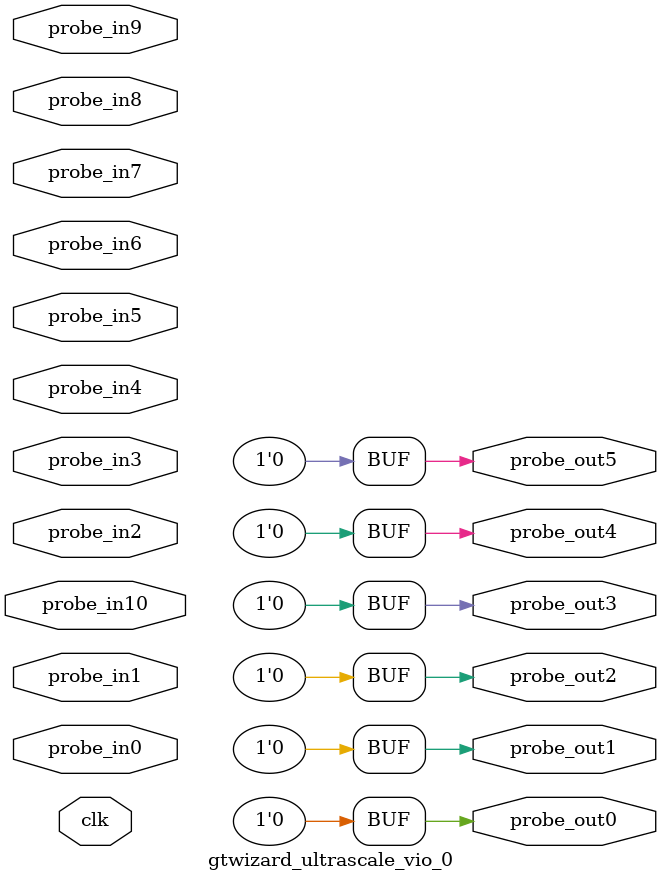
<source format=v>
`timescale 1ns / 1ps
module gtwizard_ultrascale_vio_0 (
clk,
probe_in0,probe_in1,probe_in2,probe_in3,probe_in4,probe_in5,probe_in6,probe_in7,probe_in8,probe_in9,probe_in10,
probe_out0,
probe_out1,
probe_out2,
probe_out3,
probe_out4,
probe_out5
);

input clk;
input [0 : 0] probe_in0;
input [0 : 0] probe_in1;
input [0 : 0] probe_in2;
input [3 : 0] probe_in3;
input [0 : 0] probe_in4;
input [0 : 0] probe_in5;
input [0 : 0] probe_in6;
input [0 : 0] probe_in7;
input [0 : 0] probe_in8;
input [0 : 0] probe_in9;
input [0 : 0] probe_in10;

output reg [0 : 0] probe_out0 = 'h0 ;
output reg [0 : 0] probe_out1 = 'h0 ;
output reg [0 : 0] probe_out2 = 'h0 ;
output reg [0 : 0] probe_out3 = 'h0 ;
output reg [0 : 0] probe_out4 = 'h0 ;
output reg [0 : 0] probe_out5 = 'h0 ;


endmodule

</source>
